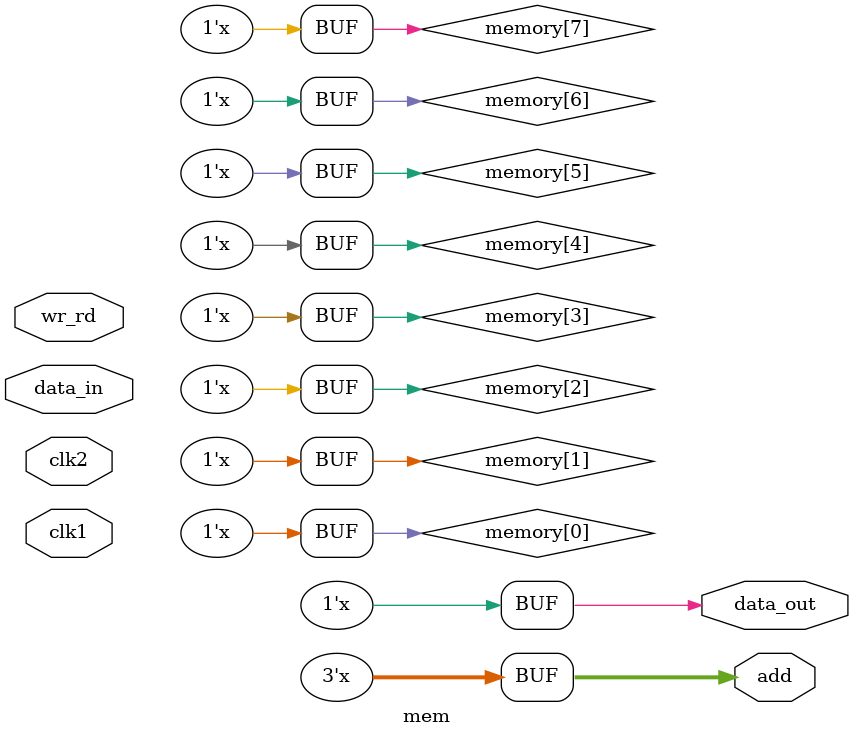
<source format=sv>
module mem(data_in,data_out,clk1,clk2,wr_rd,add);
input data_in,clk1,clk2,wr_rd;
output reg data_out;

reg memory[7:0];
output reg [2:0]add;
initial begin
memory[0]<=0;
memory[1]<=0;
memory[2]<=0;
memory[3]<=0;
memory[4]<=0;
memory[5]<=0;
memory[6]<=0;
memory[7]<=0;
add<=3'b111;
end
always@(clk1 or clk2)begin
if(wr_rd)begin
memory[add]=data_in;
add=add+1;
end
else begin
data_out=memory[add];
add=add+1;
end
end
endmodule

</source>
